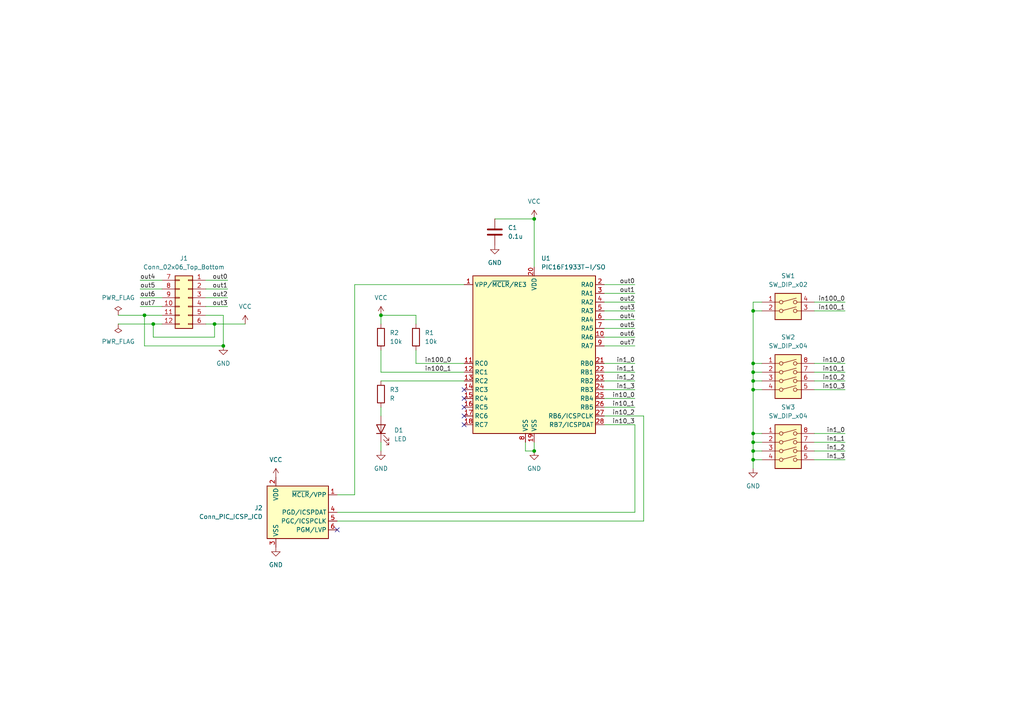
<source format=kicad_sch>
(kicad_sch (version 20211123) (generator eeschema)

  (uuid e4983bdf-b04c-4c9a-8adb-86707b777696)

  (paper "A4")

  (title_block
    (title "Decimal Input Board")
    (rev "v1.0")
  )

  (lib_symbols
    (symbol "Connector:Conn_PIC_ICSP_ICD" (in_bom yes) (on_board yes)
      (property "Reference" "J" (id 0) (at 6.35 8.89 0)
        (effects (font (size 1.27 1.27)))
      )
      (property "Value" "Conn_PIC_ICSP_ICD" (id 1) (at -8.89 -1.27 90)
        (effects (font (size 1.27 1.27)))
      )
      (property "Footprint" "" (id 2) (at 1.27 3.81 0)
        (effects (font (size 1.27 1.27)) hide)
      )
      (property "Datasheet" "http://ww1.microchip.com/downloads/en/devicedoc/30277d.pdf" (id 3) (at -7.62 -3.81 90)
        (effects (font (size 1.27 1.27)) hide)
      )
      (property "ki_keywords" "icsp icd pic microchip" (id 4) (at 0 0 0)
        (effects (font (size 1.27 1.27)) hide)
      )
      (property "ki_description" "Microchip PIC In-Circuit Serial Programming/Debugging (ICSP/ICD) connector" (id 5) (at 0 0 0)
        (effects (font (size 1.27 1.27)) hide)
      )
      (property "ki_fp_filters" "PinHeader*1x06*P2.54mm* PinSocket*1x06*P2.54mm*" (id 6) (at 0 0 0)
        (effects (font (size 1.27 1.27)) hide)
      )
      (symbol "Conn_PIC_ICSP_ICD_0_1"
        (rectangle (start -7.62 7.62) (end 10.16 -7.62)
          (stroke (width 0.254) (type default) (color 0 0 0 0))
          (fill (type background))
        )
      )
      (symbol "Conn_PIC_ICSP_ICD_1_1"
        (pin passive line (at 12.7 5.08 180) (length 2.54)
          (name "~{MCLR}/VPP" (effects (font (size 1.27 1.27))))
          (number "1" (effects (font (size 1.27 1.27))))
        )
        (pin passive line (at -5.08 10.16 270) (length 2.54)
          (name "VDD" (effects (font (size 1.27 1.27))))
          (number "2" (effects (font (size 1.27 1.27))))
        )
        (pin power_in line (at -5.08 -10.16 90) (length 2.54)
          (name "VSS" (effects (font (size 1.27 1.27))))
          (number "3" (effects (font (size 1.27 1.27))))
        )
        (pin bidirectional line (at 12.7 0 180) (length 2.54)
          (name "PGD/ICSPDAT" (effects (font (size 1.27 1.27))))
          (number "4" (effects (font (size 1.27 1.27))))
        )
        (pin output line (at 12.7 -2.54 180) (length 2.54)
          (name "PGC/ICSPCLK" (effects (font (size 1.27 1.27))))
          (number "5" (effects (font (size 1.27 1.27))))
        )
        (pin output line (at 12.7 -5.08 180) (length 2.54)
          (name "PGM/LVP" (effects (font (size 1.27 1.27))))
          (number "6" (effects (font (size 1.27 1.27))))
        )
      )
    )
    (symbol "Connector_Generic:Conn_02x06_Top_Bottom" (pin_names (offset 1.016) hide) (in_bom yes) (on_board yes)
      (property "Reference" "J" (id 0) (at 1.27 7.62 0)
        (effects (font (size 1.27 1.27)))
      )
      (property "Value" "Conn_02x06_Top_Bottom" (id 1) (at 1.27 -10.16 0)
        (effects (font (size 1.27 1.27)))
      )
      (property "Footprint" "" (id 2) (at 0 0 0)
        (effects (font (size 1.27 1.27)) hide)
      )
      (property "Datasheet" "~" (id 3) (at 0 0 0)
        (effects (font (size 1.27 1.27)) hide)
      )
      (property "ki_keywords" "connector" (id 4) (at 0 0 0)
        (effects (font (size 1.27 1.27)) hide)
      )
      (property "ki_description" "Generic connector, double row, 02x06, top/bottom pin numbering scheme (row 1: 1...pins_per_row, row2: pins_per_row+1 ... num_pins), script generated (kicad-library-utils/schlib/autogen/connector/)" (id 5) (at 0 0 0)
        (effects (font (size 1.27 1.27)) hide)
      )
      (property "ki_fp_filters" "Connector*:*_2x??_*" (id 6) (at 0 0 0)
        (effects (font (size 1.27 1.27)) hide)
      )
      (symbol "Conn_02x06_Top_Bottom_1_1"
        (rectangle (start -1.27 -7.493) (end 0 -7.747)
          (stroke (width 0.1524) (type default) (color 0 0 0 0))
          (fill (type none))
        )
        (rectangle (start -1.27 -4.953) (end 0 -5.207)
          (stroke (width 0.1524) (type default) (color 0 0 0 0))
          (fill (type none))
        )
        (rectangle (start -1.27 -2.413) (end 0 -2.667)
          (stroke (width 0.1524) (type default) (color 0 0 0 0))
          (fill (type none))
        )
        (rectangle (start -1.27 0.127) (end 0 -0.127)
          (stroke (width 0.1524) (type default) (color 0 0 0 0))
          (fill (type none))
        )
        (rectangle (start -1.27 2.667) (end 0 2.413)
          (stroke (width 0.1524) (type default) (color 0 0 0 0))
          (fill (type none))
        )
        (rectangle (start -1.27 5.207) (end 0 4.953)
          (stroke (width 0.1524) (type default) (color 0 0 0 0))
          (fill (type none))
        )
        (rectangle (start -1.27 6.35) (end 3.81 -8.89)
          (stroke (width 0.254) (type default) (color 0 0 0 0))
          (fill (type background))
        )
        (rectangle (start 3.81 -7.493) (end 2.54 -7.747)
          (stroke (width 0.1524) (type default) (color 0 0 0 0))
          (fill (type none))
        )
        (rectangle (start 3.81 -4.953) (end 2.54 -5.207)
          (stroke (width 0.1524) (type default) (color 0 0 0 0))
          (fill (type none))
        )
        (rectangle (start 3.81 -2.413) (end 2.54 -2.667)
          (stroke (width 0.1524) (type default) (color 0 0 0 0))
          (fill (type none))
        )
        (rectangle (start 3.81 0.127) (end 2.54 -0.127)
          (stroke (width 0.1524) (type default) (color 0 0 0 0))
          (fill (type none))
        )
        (rectangle (start 3.81 2.667) (end 2.54 2.413)
          (stroke (width 0.1524) (type default) (color 0 0 0 0))
          (fill (type none))
        )
        (rectangle (start 3.81 5.207) (end 2.54 4.953)
          (stroke (width 0.1524) (type default) (color 0 0 0 0))
          (fill (type none))
        )
        (pin passive line (at -5.08 5.08 0) (length 3.81)
          (name "Pin_1" (effects (font (size 1.27 1.27))))
          (number "1" (effects (font (size 1.27 1.27))))
        )
        (pin passive line (at 7.62 -2.54 180) (length 3.81)
          (name "Pin_10" (effects (font (size 1.27 1.27))))
          (number "10" (effects (font (size 1.27 1.27))))
        )
        (pin passive line (at 7.62 -5.08 180) (length 3.81)
          (name "Pin_11" (effects (font (size 1.27 1.27))))
          (number "11" (effects (font (size 1.27 1.27))))
        )
        (pin passive line (at 7.62 -7.62 180) (length 3.81)
          (name "Pin_12" (effects (font (size 1.27 1.27))))
          (number "12" (effects (font (size 1.27 1.27))))
        )
        (pin passive line (at -5.08 2.54 0) (length 3.81)
          (name "Pin_2" (effects (font (size 1.27 1.27))))
          (number "2" (effects (font (size 1.27 1.27))))
        )
        (pin passive line (at -5.08 0 0) (length 3.81)
          (name "Pin_3" (effects (font (size 1.27 1.27))))
          (number "3" (effects (font (size 1.27 1.27))))
        )
        (pin passive line (at -5.08 -2.54 0) (length 3.81)
          (name "Pin_4" (effects (font (size 1.27 1.27))))
          (number "4" (effects (font (size 1.27 1.27))))
        )
        (pin passive line (at -5.08 -5.08 0) (length 3.81)
          (name "Pin_5" (effects (font (size 1.27 1.27))))
          (number "5" (effects (font (size 1.27 1.27))))
        )
        (pin passive line (at -5.08 -7.62 0) (length 3.81)
          (name "Pin_6" (effects (font (size 1.27 1.27))))
          (number "6" (effects (font (size 1.27 1.27))))
        )
        (pin passive line (at 7.62 5.08 180) (length 3.81)
          (name "Pin_7" (effects (font (size 1.27 1.27))))
          (number "7" (effects (font (size 1.27 1.27))))
        )
        (pin passive line (at 7.62 2.54 180) (length 3.81)
          (name "Pin_8" (effects (font (size 1.27 1.27))))
          (number "8" (effects (font (size 1.27 1.27))))
        )
        (pin passive line (at 7.62 0 180) (length 3.81)
          (name "Pin_9" (effects (font (size 1.27 1.27))))
          (number "9" (effects (font (size 1.27 1.27))))
        )
      )
    )
    (symbol "Device:C" (pin_numbers hide) (pin_names (offset 0.254)) (in_bom yes) (on_board yes)
      (property "Reference" "C" (id 0) (at 0.635 2.54 0)
        (effects (font (size 1.27 1.27)) (justify left))
      )
      (property "Value" "C" (id 1) (at 0.635 -2.54 0)
        (effects (font (size 1.27 1.27)) (justify left))
      )
      (property "Footprint" "" (id 2) (at 0.9652 -3.81 0)
        (effects (font (size 1.27 1.27)) hide)
      )
      (property "Datasheet" "~" (id 3) (at 0 0 0)
        (effects (font (size 1.27 1.27)) hide)
      )
      (property "ki_keywords" "cap capacitor" (id 4) (at 0 0 0)
        (effects (font (size 1.27 1.27)) hide)
      )
      (property "ki_description" "Unpolarized capacitor" (id 5) (at 0 0 0)
        (effects (font (size 1.27 1.27)) hide)
      )
      (property "ki_fp_filters" "C_*" (id 6) (at 0 0 0)
        (effects (font (size 1.27 1.27)) hide)
      )
      (symbol "C_0_1"
        (polyline
          (pts
            (xy -2.032 -0.762)
            (xy 2.032 -0.762)
          )
          (stroke (width 0.508) (type default) (color 0 0 0 0))
          (fill (type none))
        )
        (polyline
          (pts
            (xy -2.032 0.762)
            (xy 2.032 0.762)
          )
          (stroke (width 0.508) (type default) (color 0 0 0 0))
          (fill (type none))
        )
      )
      (symbol "C_1_1"
        (pin passive line (at 0 3.81 270) (length 2.794)
          (name "~" (effects (font (size 1.27 1.27))))
          (number "1" (effects (font (size 1.27 1.27))))
        )
        (pin passive line (at 0 -3.81 90) (length 2.794)
          (name "~" (effects (font (size 1.27 1.27))))
          (number "2" (effects (font (size 1.27 1.27))))
        )
      )
    )
    (symbol "Device:LED" (pin_numbers hide) (pin_names (offset 1.016) hide) (in_bom yes) (on_board yes)
      (property "Reference" "D" (id 0) (at 0 2.54 0)
        (effects (font (size 1.27 1.27)))
      )
      (property "Value" "LED" (id 1) (at 0 -2.54 0)
        (effects (font (size 1.27 1.27)))
      )
      (property "Footprint" "" (id 2) (at 0 0 0)
        (effects (font (size 1.27 1.27)) hide)
      )
      (property "Datasheet" "~" (id 3) (at 0 0 0)
        (effects (font (size 1.27 1.27)) hide)
      )
      (property "ki_keywords" "LED diode" (id 4) (at 0 0 0)
        (effects (font (size 1.27 1.27)) hide)
      )
      (property "ki_description" "Light emitting diode" (id 5) (at 0 0 0)
        (effects (font (size 1.27 1.27)) hide)
      )
      (property "ki_fp_filters" "LED* LED_SMD:* LED_THT:*" (id 6) (at 0 0 0)
        (effects (font (size 1.27 1.27)) hide)
      )
      (symbol "LED_0_1"
        (polyline
          (pts
            (xy -1.27 -1.27)
            (xy -1.27 1.27)
          )
          (stroke (width 0.254) (type default) (color 0 0 0 0))
          (fill (type none))
        )
        (polyline
          (pts
            (xy -1.27 0)
            (xy 1.27 0)
          )
          (stroke (width 0) (type default) (color 0 0 0 0))
          (fill (type none))
        )
        (polyline
          (pts
            (xy 1.27 -1.27)
            (xy 1.27 1.27)
            (xy -1.27 0)
            (xy 1.27 -1.27)
          )
          (stroke (width 0.254) (type default) (color 0 0 0 0))
          (fill (type none))
        )
        (polyline
          (pts
            (xy -3.048 -0.762)
            (xy -4.572 -2.286)
            (xy -3.81 -2.286)
            (xy -4.572 -2.286)
            (xy -4.572 -1.524)
          )
          (stroke (width 0) (type default) (color 0 0 0 0))
          (fill (type none))
        )
        (polyline
          (pts
            (xy -1.778 -0.762)
            (xy -3.302 -2.286)
            (xy -2.54 -2.286)
            (xy -3.302 -2.286)
            (xy -3.302 -1.524)
          )
          (stroke (width 0) (type default) (color 0 0 0 0))
          (fill (type none))
        )
      )
      (symbol "LED_1_1"
        (pin passive line (at -3.81 0 0) (length 2.54)
          (name "K" (effects (font (size 1.27 1.27))))
          (number "1" (effects (font (size 1.27 1.27))))
        )
        (pin passive line (at 3.81 0 180) (length 2.54)
          (name "A" (effects (font (size 1.27 1.27))))
          (number "2" (effects (font (size 1.27 1.27))))
        )
      )
    )
    (symbol "Device:R" (pin_numbers hide) (pin_names (offset 0)) (in_bom yes) (on_board yes)
      (property "Reference" "R" (id 0) (at 2.032 0 90)
        (effects (font (size 1.27 1.27)))
      )
      (property "Value" "R" (id 1) (at 0 0 90)
        (effects (font (size 1.27 1.27)))
      )
      (property "Footprint" "" (id 2) (at -1.778 0 90)
        (effects (font (size 1.27 1.27)) hide)
      )
      (property "Datasheet" "~" (id 3) (at 0 0 0)
        (effects (font (size 1.27 1.27)) hide)
      )
      (property "ki_keywords" "R res resistor" (id 4) (at 0 0 0)
        (effects (font (size 1.27 1.27)) hide)
      )
      (property "ki_description" "Resistor" (id 5) (at 0 0 0)
        (effects (font (size 1.27 1.27)) hide)
      )
      (property "ki_fp_filters" "R_*" (id 6) (at 0 0 0)
        (effects (font (size 1.27 1.27)) hide)
      )
      (symbol "R_0_1"
        (rectangle (start -1.016 -2.54) (end 1.016 2.54)
          (stroke (width 0.254) (type default) (color 0 0 0 0))
          (fill (type none))
        )
      )
      (symbol "R_1_1"
        (pin passive line (at 0 3.81 270) (length 1.27)
          (name "~" (effects (font (size 1.27 1.27))))
          (number "1" (effects (font (size 1.27 1.27))))
        )
        (pin passive line (at 0 -3.81 90) (length 1.27)
          (name "~" (effects (font (size 1.27 1.27))))
          (number "2" (effects (font (size 1.27 1.27))))
        )
      )
    )
    (symbol "MCU_Microchip_PIC16:PIC16F15356-xSO" (in_bom yes) (on_board yes)
      (property "Reference" "U?" (id 0) (at 17.78 -24.13 0)
        (effects (font (size 1.27 1.27)))
      )
      (property "Value" "PIC16F15356-xSO" (id 1) (at 0 0 0)
        (effects (font (size 1.27 1.27)))
      )
      (property "Footprint" "Package_SO:SOIC-28W_7.5x17.9mm_P1.27mm" (id 2) (at -21.59 12.7 0)
        (effects (font (size 1.27 1.27)) hide)
      )
      (property "Datasheet" "http://ww1.microchip.com/downloads/en/DeviceDoc/PIC16LF15356-75-76-85-86-Data%20Sheet-40001866B.pdf" (id 3) (at -21.59 12.7 0)
        (effects (font (size 1.27 1.27)) hide)
      )
      (property "ki_keywords" "FLASH-Based 8-Bit CMOS Microcontroller Low Power" (id 4) (at 0 0 0)
        (effects (font (size 1.27 1.27)) hide)
      )
      (property "ki_description" "16KW FLASH, 2048B SRAM, SOIC-28" (id 5) (at 0 0 0)
        (effects (font (size 1.27 1.27)) hide)
      )
      (property "ki_fp_filters" "SOIC*.5x17.9mm*" (id 6) (at 0 0 0)
        (effects (font (size 1.27 1.27)) hide)
      )
      (symbol "PIC16F15356-xSO_0_1"
        (rectangle (start 17.78 22.86) (end -17.78 -22.86)
          (stroke (width 0.254) (type default) (color 0 0 0 0))
          (fill (type background))
        )
      )
      (symbol "PIC16F15356-xSO_1_1"
        (pin bidirectional line (at -20.32 20.32 0) (length 2.54)
          (name "VPP/~{MCLR}/RE3" (effects (font (size 1.27 1.27))))
          (number "1" (effects (font (size 1.27 1.27))))
        )
        (pin bidirectional line (at 20.32 5.08 180) (length 2.54)
          (name "RA6" (effects (font (size 1.27 1.27))))
          (number "10" (effects (font (size 1.27 1.27))))
        )
        (pin bidirectional line (at -20.32 -2.54 0) (length 2.54)
          (name "RC0" (effects (font (size 1.27 1.27))))
          (number "11" (effects (font (size 1.27 1.27))))
        )
        (pin bidirectional line (at -20.32 -5.08 0) (length 2.54)
          (name "RC1" (effects (font (size 1.27 1.27))))
          (number "12" (effects (font (size 1.27 1.27))))
        )
        (pin bidirectional line (at -20.32 -7.62 0) (length 2.54)
          (name "RC2" (effects (font (size 1.27 1.27))))
          (number "13" (effects (font (size 1.27 1.27))))
        )
        (pin bidirectional line (at -20.32 -10.16 0) (length 2.54)
          (name "RC3" (effects (font (size 1.27 1.27))))
          (number "14" (effects (font (size 1.27 1.27))))
        )
        (pin bidirectional line (at -20.32 -12.7 0) (length 2.54)
          (name "RC4" (effects (font (size 1.27 1.27))))
          (number "15" (effects (font (size 1.27 1.27))))
        )
        (pin bidirectional line (at -20.32 -15.24 0) (length 2.54)
          (name "RC5" (effects (font (size 1.27 1.27))))
          (number "16" (effects (font (size 1.27 1.27))))
        )
        (pin bidirectional line (at -20.32 -17.78 0) (length 2.54)
          (name "RC6" (effects (font (size 1.27 1.27))))
          (number "17" (effects (font (size 1.27 1.27))))
        )
        (pin bidirectional line (at -20.32 -20.32 0) (length 2.54)
          (name "RC7" (effects (font (size 1.27 1.27))))
          (number "18" (effects (font (size 1.27 1.27))))
        )
        (pin power_in line (at 0 -25.4 90) (length 2.54)
          (name "VSS" (effects (font (size 1.27 1.27))))
          (number "19" (effects (font (size 1.27 1.27))))
        )
        (pin bidirectional line (at 20.32 20.32 180) (length 2.54)
          (name "RA0" (effects (font (size 1.27 1.27))))
          (number "2" (effects (font (size 1.27 1.27))))
        )
        (pin power_in line (at 0 25.4 270) (length 2.54)
          (name "VDD" (effects (font (size 1.27 1.27))))
          (number "20" (effects (font (size 1.27 1.27))))
        )
        (pin bidirectional line (at 20.32 -2.54 180) (length 2.54)
          (name "RB0" (effects (font (size 1.27 1.27))))
          (number "21" (effects (font (size 1.27 1.27))))
        )
        (pin bidirectional line (at 20.32 -5.08 180) (length 2.54)
          (name "RB1" (effects (font (size 1.27 1.27))))
          (number "22" (effects (font (size 1.27 1.27))))
        )
        (pin bidirectional line (at 20.32 -7.62 180) (length 2.54)
          (name "RB2" (effects (font (size 1.27 1.27))))
          (number "23" (effects (font (size 1.27 1.27))))
        )
        (pin bidirectional line (at 20.32 -10.16 180) (length 2.54)
          (name "RB3" (effects (font (size 1.27 1.27))))
          (number "24" (effects (font (size 1.27 1.27))))
        )
        (pin bidirectional line (at 20.32 -12.7 180) (length 2.54)
          (name "RB4" (effects (font (size 1.27 1.27))))
          (number "25" (effects (font (size 1.27 1.27))))
        )
        (pin bidirectional line (at 20.32 -15.24 180) (length 2.54)
          (name "RB5" (effects (font (size 1.27 1.27))))
          (number "26" (effects (font (size 1.27 1.27))))
        )
        (pin bidirectional line (at 20.32 -17.78 180) (length 2.54)
          (name "RB6/ICSPCLK" (effects (font (size 1.27 1.27))))
          (number "27" (effects (font (size 1.27 1.27))))
        )
        (pin bidirectional line (at 20.32 -20.32 180) (length 2.54)
          (name "RB7/ICSPDAT" (effects (font (size 1.27 1.27))))
          (number "28" (effects (font (size 1.27 1.27))))
        )
        (pin bidirectional line (at 20.32 17.78 180) (length 2.54)
          (name "RA1" (effects (font (size 1.27 1.27))))
          (number "3" (effects (font (size 1.27 1.27))))
        )
        (pin bidirectional line (at 20.32 15.24 180) (length 2.54)
          (name "RA2" (effects (font (size 1.27 1.27))))
          (number "4" (effects (font (size 1.27 1.27))))
        )
        (pin bidirectional line (at 20.32 12.7 180) (length 2.54)
          (name "RA3" (effects (font (size 1.27 1.27))))
          (number "5" (effects (font (size 1.27 1.27))))
        )
        (pin bidirectional line (at 20.32 10.16 180) (length 2.54)
          (name "RA4" (effects (font (size 1.27 1.27))))
          (number "6" (effects (font (size 1.27 1.27))))
        )
        (pin bidirectional line (at 20.32 7.62 180) (length 2.54)
          (name "RA5" (effects (font (size 1.27 1.27))))
          (number "7" (effects (font (size 1.27 1.27))))
        )
        (pin power_in line (at -2.54 -25.4 90) (length 2.54)
          (name "VSS" (effects (font (size 1.27 1.27))))
          (number "8" (effects (font (size 1.27 1.27))))
        )
        (pin bidirectional line (at 20.32 2.54 180) (length 2.54)
          (name "RA7" (effects (font (size 1.27 1.27))))
          (number "9" (effects (font (size 1.27 1.27))))
        )
      )
    )
    (symbol "Switch:SW_DIP_x02" (pin_names (offset 0) hide) (in_bom yes) (on_board yes)
      (property "Reference" "SW" (id 0) (at 0 6.35 0)
        (effects (font (size 1.27 1.27)))
      )
      (property "Value" "SW_DIP_x02" (id 1) (at 0 -3.81 0)
        (effects (font (size 1.27 1.27)))
      )
      (property "Footprint" "" (id 2) (at 0 0 0)
        (effects (font (size 1.27 1.27)) hide)
      )
      (property "Datasheet" "~" (id 3) (at 0 0 0)
        (effects (font (size 1.27 1.27)) hide)
      )
      (property "ki_keywords" "dip switch" (id 4) (at 0 0 0)
        (effects (font (size 1.27 1.27)) hide)
      )
      (property "ki_description" "2x DIP Switch, Single Pole Single Throw (SPST) switch, small symbol" (id 5) (at 0 0 0)
        (effects (font (size 1.27 1.27)) hide)
      )
      (property "ki_fp_filters" "SW?DIP?x2*" (id 6) (at 0 0 0)
        (effects (font (size 1.27 1.27)) hide)
      )
      (symbol "SW_DIP_x02_0_0"
        (circle (center -2.032 0) (radius 0.508)
          (stroke (width 0) (type default) (color 0 0 0 0))
          (fill (type none))
        )
        (circle (center -2.032 2.54) (radius 0.508)
          (stroke (width 0) (type default) (color 0 0 0 0))
          (fill (type none))
        )
        (polyline
          (pts
            (xy -1.524 0.127)
            (xy 2.3622 1.1684)
          )
          (stroke (width 0) (type default) (color 0 0 0 0))
          (fill (type none))
        )
        (polyline
          (pts
            (xy -1.524 2.667)
            (xy 2.3622 3.7084)
          )
          (stroke (width 0) (type default) (color 0 0 0 0))
          (fill (type none))
        )
        (circle (center 2.032 0) (radius 0.508)
          (stroke (width 0) (type default) (color 0 0 0 0))
          (fill (type none))
        )
        (circle (center 2.032 2.54) (radius 0.508)
          (stroke (width 0) (type default) (color 0 0 0 0))
          (fill (type none))
        )
      )
      (symbol "SW_DIP_x02_0_1"
        (rectangle (start -3.81 5.08) (end 3.81 -2.54)
          (stroke (width 0.254) (type default) (color 0 0 0 0))
          (fill (type background))
        )
      )
      (symbol "SW_DIP_x02_1_1"
        (pin passive line (at -7.62 2.54 0) (length 5.08)
          (name "~" (effects (font (size 1.27 1.27))))
          (number "1" (effects (font (size 1.27 1.27))))
        )
        (pin passive line (at -7.62 0 0) (length 5.08)
          (name "~" (effects (font (size 1.27 1.27))))
          (number "2" (effects (font (size 1.27 1.27))))
        )
        (pin passive line (at 7.62 0 180) (length 5.08)
          (name "~" (effects (font (size 1.27 1.27))))
          (number "3" (effects (font (size 1.27 1.27))))
        )
        (pin passive line (at 7.62 2.54 180) (length 5.08)
          (name "~" (effects (font (size 1.27 1.27))))
          (number "4" (effects (font (size 1.27 1.27))))
        )
      )
    )
    (symbol "Switch:SW_DIP_x04" (pin_names (offset 0) hide) (in_bom yes) (on_board yes)
      (property "Reference" "SW" (id 0) (at 0 8.89 0)
        (effects (font (size 1.27 1.27)))
      )
      (property "Value" "SW_DIP_x04" (id 1) (at 0 -6.35 0)
        (effects (font (size 1.27 1.27)))
      )
      (property "Footprint" "" (id 2) (at 0 0 0)
        (effects (font (size 1.27 1.27)) hide)
      )
      (property "Datasheet" "~" (id 3) (at 0 0 0)
        (effects (font (size 1.27 1.27)) hide)
      )
      (property "ki_keywords" "dip switch" (id 4) (at 0 0 0)
        (effects (font (size 1.27 1.27)) hide)
      )
      (property "ki_description" "4x DIP Switch, Single Pole Single Throw (SPST) switch, small symbol" (id 5) (at 0 0 0)
        (effects (font (size 1.27 1.27)) hide)
      )
      (property "ki_fp_filters" "SW?DIP?x4*" (id 6) (at 0 0 0)
        (effects (font (size 1.27 1.27)) hide)
      )
      (symbol "SW_DIP_x04_0_0"
        (circle (center -2.032 -2.54) (radius 0.508)
          (stroke (width 0) (type default) (color 0 0 0 0))
          (fill (type none))
        )
        (circle (center -2.032 0) (radius 0.508)
          (stroke (width 0) (type default) (color 0 0 0 0))
          (fill (type none))
        )
        (circle (center -2.032 2.54) (radius 0.508)
          (stroke (width 0) (type default) (color 0 0 0 0))
          (fill (type none))
        )
        (circle (center -2.032 5.08) (radius 0.508)
          (stroke (width 0) (type default) (color 0 0 0 0))
          (fill (type none))
        )
        (polyline
          (pts
            (xy -1.524 -2.3876)
            (xy 2.3622 -1.3462)
          )
          (stroke (width 0) (type default) (color 0 0 0 0))
          (fill (type none))
        )
        (polyline
          (pts
            (xy -1.524 0.127)
            (xy 2.3622 1.1684)
          )
          (stroke (width 0) (type default) (color 0 0 0 0))
          (fill (type none))
        )
        (polyline
          (pts
            (xy -1.524 2.667)
            (xy 2.3622 3.7084)
          )
          (stroke (width 0) (type default) (color 0 0 0 0))
          (fill (type none))
        )
        (polyline
          (pts
            (xy -1.524 5.207)
            (xy 2.3622 6.2484)
          )
          (stroke (width 0) (type default) (color 0 0 0 0))
          (fill (type none))
        )
        (circle (center 2.032 -2.54) (radius 0.508)
          (stroke (width 0) (type default) (color 0 0 0 0))
          (fill (type none))
        )
        (circle (center 2.032 0) (radius 0.508)
          (stroke (width 0) (type default) (color 0 0 0 0))
          (fill (type none))
        )
        (circle (center 2.032 2.54) (radius 0.508)
          (stroke (width 0) (type default) (color 0 0 0 0))
          (fill (type none))
        )
        (circle (center 2.032 5.08) (radius 0.508)
          (stroke (width 0) (type default) (color 0 0 0 0))
          (fill (type none))
        )
      )
      (symbol "SW_DIP_x04_0_1"
        (rectangle (start -3.81 7.62) (end 3.81 -5.08)
          (stroke (width 0.254) (type default) (color 0 0 0 0))
          (fill (type background))
        )
      )
      (symbol "SW_DIP_x04_1_1"
        (pin passive line (at -7.62 5.08 0) (length 5.08)
          (name "~" (effects (font (size 1.27 1.27))))
          (number "1" (effects (font (size 1.27 1.27))))
        )
        (pin passive line (at -7.62 2.54 0) (length 5.08)
          (name "~" (effects (font (size 1.27 1.27))))
          (number "2" (effects (font (size 1.27 1.27))))
        )
        (pin passive line (at -7.62 0 0) (length 5.08)
          (name "~" (effects (font (size 1.27 1.27))))
          (number "3" (effects (font (size 1.27 1.27))))
        )
        (pin passive line (at -7.62 -2.54 0) (length 5.08)
          (name "~" (effects (font (size 1.27 1.27))))
          (number "4" (effects (font (size 1.27 1.27))))
        )
        (pin passive line (at 7.62 -2.54 180) (length 5.08)
          (name "~" (effects (font (size 1.27 1.27))))
          (number "5" (effects (font (size 1.27 1.27))))
        )
        (pin passive line (at 7.62 0 180) (length 5.08)
          (name "~" (effects (font (size 1.27 1.27))))
          (number "6" (effects (font (size 1.27 1.27))))
        )
        (pin passive line (at 7.62 2.54 180) (length 5.08)
          (name "~" (effects (font (size 1.27 1.27))))
          (number "7" (effects (font (size 1.27 1.27))))
        )
        (pin passive line (at 7.62 5.08 180) (length 5.08)
          (name "~" (effects (font (size 1.27 1.27))))
          (number "8" (effects (font (size 1.27 1.27))))
        )
      )
    )
    (symbol "power:GND" (power) (pin_names (offset 0)) (in_bom yes) (on_board yes)
      (property "Reference" "#PWR" (id 0) (at 0 -6.35 0)
        (effects (font (size 1.27 1.27)) hide)
      )
      (property "Value" "GND" (id 1) (at 0 -3.81 0)
        (effects (font (size 1.27 1.27)))
      )
      (property "Footprint" "" (id 2) (at 0 0 0)
        (effects (font (size 1.27 1.27)) hide)
      )
      (property "Datasheet" "" (id 3) (at 0 0 0)
        (effects (font (size 1.27 1.27)) hide)
      )
      (property "ki_keywords" "power-flag" (id 4) (at 0 0 0)
        (effects (font (size 1.27 1.27)) hide)
      )
      (property "ki_description" "Power symbol creates a global label with name \"GND\" , ground" (id 5) (at 0 0 0)
        (effects (font (size 1.27 1.27)) hide)
      )
      (symbol "GND_0_1"
        (polyline
          (pts
            (xy 0 0)
            (xy 0 -1.27)
            (xy 1.27 -1.27)
            (xy 0 -2.54)
            (xy -1.27 -1.27)
            (xy 0 -1.27)
          )
          (stroke (width 0) (type default) (color 0 0 0 0))
          (fill (type none))
        )
      )
      (symbol "GND_1_1"
        (pin power_in line (at 0 0 270) (length 0) hide
          (name "GND" (effects (font (size 1.27 1.27))))
          (number "1" (effects (font (size 1.27 1.27))))
        )
      )
    )
    (symbol "power:PWR_FLAG" (power) (pin_numbers hide) (pin_names (offset 0) hide) (in_bom yes) (on_board yes)
      (property "Reference" "#FLG" (id 0) (at 0 1.905 0)
        (effects (font (size 1.27 1.27)) hide)
      )
      (property "Value" "PWR_FLAG" (id 1) (at 0 3.81 0)
        (effects (font (size 1.27 1.27)))
      )
      (property "Footprint" "" (id 2) (at 0 0 0)
        (effects (font (size 1.27 1.27)) hide)
      )
      (property "Datasheet" "~" (id 3) (at 0 0 0)
        (effects (font (size 1.27 1.27)) hide)
      )
      (property "ki_keywords" "power-flag" (id 4) (at 0 0 0)
        (effects (font (size 1.27 1.27)) hide)
      )
      (property "ki_description" "Special symbol for telling ERC where power comes from" (id 5) (at 0 0 0)
        (effects (font (size 1.27 1.27)) hide)
      )
      (symbol "PWR_FLAG_0_0"
        (pin power_out line (at 0 0 90) (length 0)
          (name "pwr" (effects (font (size 1.27 1.27))))
          (number "1" (effects (font (size 1.27 1.27))))
        )
      )
      (symbol "PWR_FLAG_0_1"
        (polyline
          (pts
            (xy 0 0)
            (xy 0 1.27)
            (xy -1.016 1.905)
            (xy 0 2.54)
            (xy 1.016 1.905)
            (xy 0 1.27)
          )
          (stroke (width 0) (type default) (color 0 0 0 0))
          (fill (type none))
        )
      )
    )
    (symbol "power:VCC" (power) (pin_names (offset 0)) (in_bom yes) (on_board yes)
      (property "Reference" "#PWR" (id 0) (at 0 -3.81 0)
        (effects (font (size 1.27 1.27)) hide)
      )
      (property "Value" "VCC" (id 1) (at 0 3.81 0)
        (effects (font (size 1.27 1.27)))
      )
      (property "Footprint" "" (id 2) (at 0 0 0)
        (effects (font (size 1.27 1.27)) hide)
      )
      (property "Datasheet" "" (id 3) (at 0 0 0)
        (effects (font (size 1.27 1.27)) hide)
      )
      (property "ki_keywords" "power-flag" (id 4) (at 0 0 0)
        (effects (font (size 1.27 1.27)) hide)
      )
      (property "ki_description" "Power symbol creates a global label with name \"VCC\"" (id 5) (at 0 0 0)
        (effects (font (size 1.27 1.27)) hide)
      )
      (symbol "VCC_0_1"
        (polyline
          (pts
            (xy -0.762 1.27)
            (xy 0 2.54)
          )
          (stroke (width 0) (type default) (color 0 0 0 0))
          (fill (type none))
        )
        (polyline
          (pts
            (xy 0 0)
            (xy 0 2.54)
          )
          (stroke (width 0) (type default) (color 0 0 0 0))
          (fill (type none))
        )
        (polyline
          (pts
            (xy 0 2.54)
            (xy 0.762 1.27)
          )
          (stroke (width 0) (type default) (color 0 0 0 0))
          (fill (type none))
        )
      )
      (symbol "VCC_1_1"
        (pin power_in line (at 0 0 90) (length 0) hide
          (name "VCC" (effects (font (size 1.27 1.27))))
          (number "1" (effects (font (size 1.27 1.27))))
        )
      )
    )
  )

  (junction (at 41.91 91.44) (diameter 0) (color 0 0 0 0)
    (uuid 051fd5ef-6581-4d73-b172-26cfe902d706)
  )
  (junction (at 154.94 63.5) (diameter 0) (color 0 0 0 0)
    (uuid 388b417c-52fe-4286-b005-fb2c3ed55652)
  )
  (junction (at 218.44 107.95) (diameter 0) (color 0 0 0 0)
    (uuid 4921b149-eec7-47b9-8d1a-99981986b15b)
  )
  (junction (at 218.44 130.81) (diameter 0) (color 0 0 0 0)
    (uuid 5906c117-731c-471c-b23d-363d5e012f8d)
  )
  (junction (at 218.44 133.35) (diameter 0) (color 0 0 0 0)
    (uuid 6d2b22d5-83bd-4e6c-b461-9a6a118b3fb0)
  )
  (junction (at 218.44 90.17) (diameter 0) (color 0 0 0 0)
    (uuid 70e56f34-02d1-4e52-a944-5aaa4f52025d)
  )
  (junction (at 62.23 93.98) (diameter 0) (color 0 0 0 0)
    (uuid 79688375-64fa-46f4-9e83-77240abf35cd)
  )
  (junction (at 110.49 91.44) (diameter 0) (color 0 0 0 0)
    (uuid 8d7e61a8-cc06-4c46-a0b5-bc7ae4d0a0ca)
  )
  (junction (at 218.44 105.41) (diameter 0) (color 0 0 0 0)
    (uuid 903b73da-a189-4136-898d-1951c70c658a)
  )
  (junction (at 218.44 125.73) (diameter 0) (color 0 0 0 0)
    (uuid acf616bb-7230-45c0-a615-26cc36d5048a)
  )
  (junction (at 218.44 128.27) (diameter 0) (color 0 0 0 0)
    (uuid adbf012d-8ed7-4b29-a4ac-5fec258d67bf)
  )
  (junction (at 44.45 93.98) (diameter 0) (color 0 0 0 0)
    (uuid afc03fe8-0f19-4e69-9727-66c3a2098091)
  )
  (junction (at 218.44 113.03) (diameter 0) (color 0 0 0 0)
    (uuid b925deb1-36c9-4f16-91c8-efa757584e86)
  )
  (junction (at 154.94 130.81) (diameter 0) (color 0 0 0 0)
    (uuid ccc0e5ee-8f73-4387-bb43-bd19958835cf)
  )
  (junction (at 64.77 100.33) (diameter 0) (color 0 0 0 0)
    (uuid df2996e9-7920-431c-855b-0789b6b8a3b9)
  )
  (junction (at 218.44 110.49) (diameter 0) (color 0 0 0 0)
    (uuid ef1ad03b-01e7-48de-8a3e-6e44349a84fe)
  )

  (no_connect (at 97.79 153.67) (uuid 2f092922-d451-43c5-a21c-101f2a2aed51))
  (no_connect (at 134.62 113.03) (uuid 553360a3-fe25-474b-ad42-8642c45640f6))
  (no_connect (at 134.62 115.57) (uuid 553360a3-fe25-474b-ad42-8642c45640f6))
  (no_connect (at 134.62 118.11) (uuid 553360a3-fe25-474b-ad42-8642c45640f6))
  (no_connect (at 134.62 120.65) (uuid 553360a3-fe25-474b-ad42-8642c45640f6))
  (no_connect (at 134.62 123.19) (uuid 553360a3-fe25-474b-ad42-8642c45640f6))

  (wire (pts (xy 175.26 120.65) (xy 186.69 120.65))
    (stroke (width 0) (type default) (color 0 0 0 0))
    (uuid 00a9c280-c168-4109-aaea-e296049f6fa7)
  )
  (wire (pts (xy 175.26 85.09) (xy 184.15 85.09))
    (stroke (width 0) (type default) (color 0 0 0 0))
    (uuid 013b7c87-c907-42e0-b3a6-15ba4e39ce5d)
  )
  (wire (pts (xy 175.26 95.25) (xy 184.15 95.25))
    (stroke (width 0) (type default) (color 0 0 0 0))
    (uuid 04abb425-d21b-49fa-a202-8697015fe020)
  )
  (wire (pts (xy 152.4 130.81) (xy 154.94 130.81))
    (stroke (width 0) (type default) (color 0 0 0 0))
    (uuid 04c5a7e7-0c21-41e9-be6c-b4387b2b7714)
  )
  (wire (pts (xy 41.91 100.33) (xy 41.91 91.44))
    (stroke (width 0) (type default) (color 0 0 0 0))
    (uuid 06480872-b94e-4dcd-b71f-da2dfebde999)
  )
  (wire (pts (xy 218.44 87.63) (xy 218.44 90.17))
    (stroke (width 0) (type default) (color 0 0 0 0))
    (uuid 0bc29e3e-2453-4f9c-baa4-48cec4d201fb)
  )
  (wire (pts (xy 184.15 148.59) (xy 97.79 148.59))
    (stroke (width 0) (type default) (color 0 0 0 0))
    (uuid 0e404bc0-f0fb-4491-8c22-e183822aceab)
  )
  (wire (pts (xy 62.23 93.98) (xy 71.12 93.98))
    (stroke (width 0) (type default) (color 0 0 0 0))
    (uuid 11613db5-f622-4e50-a8fc-14418e96478c)
  )
  (wire (pts (xy 59.69 88.9) (xy 66.04 88.9))
    (stroke (width 0) (type default) (color 0 0 0 0))
    (uuid 13c46488-08ea-419b-a6ee-204e7ecdca94)
  )
  (wire (pts (xy 236.22 130.81) (xy 245.11 130.81))
    (stroke (width 0) (type default) (color 0 0 0 0))
    (uuid 17113823-7e43-4692-a700-9781997c13d1)
  )
  (wire (pts (xy 59.69 83.82) (xy 66.04 83.82))
    (stroke (width 0) (type default) (color 0 0 0 0))
    (uuid 1c88b2c4-f049-4aac-84ea-163b6d32fb23)
  )
  (wire (pts (xy 64.77 100.33) (xy 41.91 100.33))
    (stroke (width 0) (type default) (color 0 0 0 0))
    (uuid 1cd078ec-9092-40a9-9e10-6464bcd0a5ef)
  )
  (wire (pts (xy 40.64 81.28) (xy 46.99 81.28))
    (stroke (width 0) (type default) (color 0 0 0 0))
    (uuid 1d10dd95-4451-4fb8-9ca6-e17c07715895)
  )
  (wire (pts (xy 59.69 93.98) (xy 62.23 93.98))
    (stroke (width 0) (type default) (color 0 0 0 0))
    (uuid 1f0bd529-cca4-445c-b773-099278f9b09b)
  )
  (wire (pts (xy 218.44 113.03) (xy 220.98 113.03))
    (stroke (width 0) (type default) (color 0 0 0 0))
    (uuid 218da873-4d3d-49d5-a534-a5d6861a0e2c)
  )
  (wire (pts (xy 218.44 110.49) (xy 218.44 113.03))
    (stroke (width 0) (type default) (color 0 0 0 0))
    (uuid 22013ca3-a2be-465a-8d0d-135d920a6fbe)
  )
  (wire (pts (xy 236.22 90.17) (xy 245.11 90.17))
    (stroke (width 0) (type default) (color 0 0 0 0))
    (uuid 255ae7d0-bd26-4133-9247-a6c2b5157997)
  )
  (wire (pts (xy 110.49 91.44) (xy 110.49 93.98))
    (stroke (width 0) (type default) (color 0 0 0 0))
    (uuid 26dd65ef-0371-4079-ba01-ea2f602f2bcf)
  )
  (wire (pts (xy 120.65 91.44) (xy 110.49 91.44))
    (stroke (width 0) (type default) (color 0 0 0 0))
    (uuid 36b5d22f-1972-4f63-b98a-abc6f5397d9b)
  )
  (wire (pts (xy 184.15 123.19) (xy 184.15 148.59))
    (stroke (width 0) (type default) (color 0 0 0 0))
    (uuid 39dbe8ef-1283-48fc-848a-a0540d15ae73)
  )
  (wire (pts (xy 154.94 63.5) (xy 154.94 77.47))
    (stroke (width 0) (type default) (color 0 0 0 0))
    (uuid 3b17796c-bf12-453b-be6a-3d62b667c598)
  )
  (wire (pts (xy 175.26 100.33) (xy 184.15 100.33))
    (stroke (width 0) (type default) (color 0 0 0 0))
    (uuid 3c7bc194-2283-4f47-8886-7ecb4b64e6dd)
  )
  (wire (pts (xy 120.65 101.6) (xy 120.65 105.41))
    (stroke (width 0) (type default) (color 0 0 0 0))
    (uuid 3f2e5aab-6968-41d4-95ff-7e324eb43da9)
  )
  (wire (pts (xy 154.94 128.27) (xy 154.94 130.81))
    (stroke (width 0) (type default) (color 0 0 0 0))
    (uuid 4bd1eded-bbd3-492a-b567-0b4afafb0b74)
  )
  (wire (pts (xy 236.22 125.73) (xy 245.11 125.73))
    (stroke (width 0) (type default) (color 0 0 0 0))
    (uuid 4e723d2e-3a2e-4623-8945-af660eb7fca9)
  )
  (wire (pts (xy 120.65 105.41) (xy 134.62 105.41))
    (stroke (width 0) (type default) (color 0 0 0 0))
    (uuid 4ff56ee6-2058-42ac-bc47-f94bc56bb133)
  )
  (wire (pts (xy 236.22 133.35) (xy 245.11 133.35))
    (stroke (width 0) (type default) (color 0 0 0 0))
    (uuid 50c16c12-aef6-429f-a8e4-1d23c74815f2)
  )
  (wire (pts (xy 120.65 93.98) (xy 120.65 91.44))
    (stroke (width 0) (type default) (color 0 0 0 0))
    (uuid 553cfef6-541f-457d-812d-4684d3e61374)
  )
  (wire (pts (xy 40.64 83.82) (xy 46.99 83.82))
    (stroke (width 0) (type default) (color 0 0 0 0))
    (uuid 564e4789-77a5-43c2-a6ee-add57e1de905)
  )
  (wire (pts (xy 175.26 107.95) (xy 184.15 107.95))
    (stroke (width 0) (type default) (color 0 0 0 0))
    (uuid 56609dc4-3123-4481-85a5-bb6d1ef60e8c)
  )
  (wire (pts (xy 175.26 110.49) (xy 184.15 110.49))
    (stroke (width 0) (type default) (color 0 0 0 0))
    (uuid 5c9954df-9f4e-4439-9220-5171dead6298)
  )
  (wire (pts (xy 34.29 93.98) (xy 44.45 93.98))
    (stroke (width 0) (type default) (color 0 0 0 0))
    (uuid 5e6b052e-05b4-4147-9fa8-81d3c7ba8ce2)
  )
  (wire (pts (xy 218.44 105.41) (xy 220.98 105.41))
    (stroke (width 0) (type default) (color 0 0 0 0))
    (uuid 648d8927-a2eb-4c02-903b-24cdc29d996e)
  )
  (wire (pts (xy 236.22 110.49) (xy 245.11 110.49))
    (stroke (width 0) (type default) (color 0 0 0 0))
    (uuid 6fef3bfe-6755-484b-ba2f-901d2e112a2a)
  )
  (wire (pts (xy 220.98 87.63) (xy 218.44 87.63))
    (stroke (width 0) (type default) (color 0 0 0 0))
    (uuid 7112ed71-914d-4bd9-9cea-b2bd55d2fe65)
  )
  (wire (pts (xy 175.26 123.19) (xy 184.15 123.19))
    (stroke (width 0) (type default) (color 0 0 0 0))
    (uuid 77a5855a-4734-4e12-86a3-ef17fbeabf12)
  )
  (wire (pts (xy 218.44 130.81) (xy 220.98 130.81))
    (stroke (width 0) (type default) (color 0 0 0 0))
    (uuid 7d5a3d42-69b2-41ad-9dc4-631dbcb1eb5f)
  )
  (wire (pts (xy 218.44 130.81) (xy 218.44 133.35))
    (stroke (width 0) (type default) (color 0 0 0 0))
    (uuid 817c5265-1df4-4718-8b72-c247abb683db)
  )
  (wire (pts (xy 236.22 105.41) (xy 245.11 105.41))
    (stroke (width 0) (type default) (color 0 0 0 0))
    (uuid 864639fb-f8e2-4123-b91e-9ac80605e1a7)
  )
  (wire (pts (xy 218.44 90.17) (xy 218.44 105.41))
    (stroke (width 0) (type default) (color 0 0 0 0))
    (uuid 8a5773ad-b87f-4312-9acb-c5682e617e5d)
  )
  (wire (pts (xy 236.22 113.03) (xy 245.11 113.03))
    (stroke (width 0) (type default) (color 0 0 0 0))
    (uuid 8ddbe7c2-6da1-4967-aa0e-f4f69358d1a9)
  )
  (wire (pts (xy 110.49 107.95) (xy 134.62 107.95))
    (stroke (width 0) (type default) (color 0 0 0 0))
    (uuid 8f69db58-8810-4e16-a283-5bc90a166a96)
  )
  (wire (pts (xy 40.64 86.36) (xy 46.99 86.36))
    (stroke (width 0) (type default) (color 0 0 0 0))
    (uuid 9107e4bf-580a-4ae9-a694-63865b1ab152)
  )
  (wire (pts (xy 175.26 87.63) (xy 184.15 87.63))
    (stroke (width 0) (type default) (color 0 0 0 0))
    (uuid 93fb7ce1-e4d6-4ab5-bf1a-1cba1b5052fa)
  )
  (wire (pts (xy 175.26 118.11) (xy 184.15 118.11))
    (stroke (width 0) (type default) (color 0 0 0 0))
    (uuid 94b940a3-9ae7-4aa1-8f4d-51e777a8a1ed)
  )
  (wire (pts (xy 218.44 90.17) (xy 220.98 90.17))
    (stroke (width 0) (type default) (color 0 0 0 0))
    (uuid 95eb89a3-6bf6-4e06-8603-c954170115c0)
  )
  (wire (pts (xy 218.44 128.27) (xy 220.98 128.27))
    (stroke (width 0) (type default) (color 0 0 0 0))
    (uuid 980f482a-5bf9-47c8-a778-45100e9833ea)
  )
  (wire (pts (xy 44.45 93.98) (xy 46.99 93.98))
    (stroke (width 0) (type default) (color 0 0 0 0))
    (uuid a02e587f-b7d0-419e-b3cc-f3094a5bf7df)
  )
  (wire (pts (xy 102.87 143.51) (xy 102.87 82.55))
    (stroke (width 0) (type default) (color 0 0 0 0))
    (uuid a0c646b0-ef39-4339-9680-777ffce52216)
  )
  (wire (pts (xy 97.79 143.51) (xy 102.87 143.51))
    (stroke (width 0) (type default) (color 0 0 0 0))
    (uuid a389685f-4bfc-4934-9017-a5dccc9f51b0)
  )
  (wire (pts (xy 110.49 101.6) (xy 110.49 107.95))
    (stroke (width 0) (type default) (color 0 0 0 0))
    (uuid a4fa901f-02d9-412c-96a5-67314559b015)
  )
  (wire (pts (xy 175.26 90.17) (xy 184.15 90.17))
    (stroke (width 0) (type default) (color 0 0 0 0))
    (uuid b1b3e6b6-42d9-4b21-a0ab-a69f18f2a6f0)
  )
  (wire (pts (xy 236.22 87.63) (xy 245.11 87.63))
    (stroke (width 0) (type default) (color 0 0 0 0))
    (uuid b28922d5-153b-4aa3-b9f8-a3a5e7d60b9d)
  )
  (wire (pts (xy 218.44 125.73) (xy 220.98 125.73))
    (stroke (width 0) (type default) (color 0 0 0 0))
    (uuid b8da02a1-a64c-4ded-8201-7d9d60a5238d)
  )
  (wire (pts (xy 175.26 115.57) (xy 184.15 115.57))
    (stroke (width 0) (type default) (color 0 0 0 0))
    (uuid b99a7cb9-fd62-488e-a82e-fd83b0531767)
  )
  (wire (pts (xy 110.49 120.65) (xy 110.49 118.11))
    (stroke (width 0) (type default) (color 0 0 0 0))
    (uuid bf67fe3a-1993-4cd1-b1cf-595b24232fa7)
  )
  (wire (pts (xy 97.79 151.13) (xy 186.69 151.13))
    (stroke (width 0) (type default) (color 0 0 0 0))
    (uuid c0d28f6b-9713-4c22-9149-732292223882)
  )
  (wire (pts (xy 218.44 133.35) (xy 220.98 133.35))
    (stroke (width 0) (type default) (color 0 0 0 0))
    (uuid c0e86fbf-8c15-44b0-94b1-c80d9b3ffb7d)
  )
  (wire (pts (xy 40.64 88.9) (xy 46.99 88.9))
    (stroke (width 0) (type default) (color 0 0 0 0))
    (uuid c48415df-b3bd-4421-90a1-fabb40b26266)
  )
  (wire (pts (xy 218.44 107.95) (xy 220.98 107.95))
    (stroke (width 0) (type default) (color 0 0 0 0))
    (uuid c549fc46-4a4f-4803-8472-6c061c2e3d46)
  )
  (wire (pts (xy 175.26 92.71) (xy 184.15 92.71))
    (stroke (width 0) (type default) (color 0 0 0 0))
    (uuid cae553f4-798d-40c0-bf9b-1c75ddd68a6f)
  )
  (wire (pts (xy 34.29 91.44) (xy 41.91 91.44))
    (stroke (width 0) (type default) (color 0 0 0 0))
    (uuid cf4acfc0-fdfe-4a3e-a0fe-4dc369cb6770)
  )
  (wire (pts (xy 175.26 105.41) (xy 184.15 105.41))
    (stroke (width 0) (type default) (color 0 0 0 0))
    (uuid d637fac2-5ec2-4986-abf3-d1d2cd800495)
  )
  (wire (pts (xy 102.87 82.55) (xy 134.62 82.55))
    (stroke (width 0) (type default) (color 0 0 0 0))
    (uuid d69201e4-3803-4895-874a-3ed05d6330a7)
  )
  (wire (pts (xy 236.22 107.95) (xy 245.11 107.95))
    (stroke (width 0) (type default) (color 0 0 0 0))
    (uuid d75942a3-a302-4f78-9049-af2ec34eb8e8)
  )
  (wire (pts (xy 59.69 91.44) (xy 64.77 91.44))
    (stroke (width 0) (type default) (color 0 0 0 0))
    (uuid da8f2e59-5f80-4295-9bc3-c99c795f54dc)
  )
  (wire (pts (xy 62.23 93.98) (xy 62.23 97.79))
    (stroke (width 0) (type default) (color 0 0 0 0))
    (uuid df75fb93-7be5-4652-8b60-a1e3966d776c)
  )
  (wire (pts (xy 110.49 130.81) (xy 110.49 128.27))
    (stroke (width 0) (type default) (color 0 0 0 0))
    (uuid e2bb67fe-6033-43e4-9bf8-b58fe2084ef4)
  )
  (wire (pts (xy 143.51 63.5) (xy 154.94 63.5))
    (stroke (width 0) (type default) (color 0 0 0 0))
    (uuid e2f23caf-7ddf-4270-b2b0-5eb20b1964fc)
  )
  (wire (pts (xy 218.44 107.95) (xy 218.44 110.49))
    (stroke (width 0) (type default) (color 0 0 0 0))
    (uuid e37ed8b3-a51b-4525-91b9-6307317e050d)
  )
  (wire (pts (xy 175.26 82.55) (xy 184.15 82.55))
    (stroke (width 0) (type default) (color 0 0 0 0))
    (uuid e3822cb1-2224-4aeb-9efb-0cea1f65ed13)
  )
  (wire (pts (xy 59.69 81.28) (xy 66.04 81.28))
    (stroke (width 0) (type default) (color 0 0 0 0))
    (uuid e82039a7-a760-4c33-9723-05a7f79afc06)
  )
  (wire (pts (xy 59.69 86.36) (xy 66.04 86.36))
    (stroke (width 0) (type default) (color 0 0 0 0))
    (uuid e897e0a7-dbeb-4030-86d5-ff40dd6849b6)
  )
  (wire (pts (xy 62.23 97.79) (xy 44.45 97.79))
    (stroke (width 0) (type default) (color 0 0 0 0))
    (uuid ec6483b7-2552-46f1-bafa-716df3aea3f6)
  )
  (wire (pts (xy 218.44 105.41) (xy 218.44 107.95))
    (stroke (width 0) (type default) (color 0 0 0 0))
    (uuid ed9d1bf0-cbff-4b50-934a-e4b305939b7c)
  )
  (wire (pts (xy 44.45 97.79) (xy 44.45 93.98))
    (stroke (width 0) (type default) (color 0 0 0 0))
    (uuid efa93551-5402-4896-bcaa-706be02016f2)
  )
  (wire (pts (xy 218.44 113.03) (xy 218.44 125.73))
    (stroke (width 0) (type default) (color 0 0 0 0))
    (uuid f27493ad-16bc-41f0-9ece-ae7f7daa1953)
  )
  (wire (pts (xy 152.4 128.27) (xy 152.4 130.81))
    (stroke (width 0) (type default) (color 0 0 0 0))
    (uuid f2f6b3d1-7152-4b19-a803-9f7527feb7b5)
  )
  (wire (pts (xy 218.44 110.49) (xy 220.98 110.49))
    (stroke (width 0) (type default) (color 0 0 0 0))
    (uuid f340fc9c-f609-433e-8872-147b1866bc5b)
  )
  (wire (pts (xy 175.26 97.79) (xy 184.15 97.79))
    (stroke (width 0) (type default) (color 0 0 0 0))
    (uuid f365267d-d16d-4fab-9490-8fab3e1ce0f9)
  )
  (wire (pts (xy 64.77 91.44) (xy 64.77 100.33))
    (stroke (width 0) (type default) (color 0 0 0 0))
    (uuid f3842fe4-d67a-406e-877c-464a0786cd6a)
  )
  (wire (pts (xy 236.22 128.27) (xy 245.11 128.27))
    (stroke (width 0) (type default) (color 0 0 0 0))
    (uuid f8249ceb-3718-4ee8-bad7-3e5f93c548d7)
  )
  (wire (pts (xy 110.49 110.49) (xy 134.62 110.49))
    (stroke (width 0) (type default) (color 0 0 0 0))
    (uuid f9c66630-2165-4913-b7f6-becb3e66afe0)
  )
  (wire (pts (xy 218.44 128.27) (xy 218.44 130.81))
    (stroke (width 0) (type default) (color 0 0 0 0))
    (uuid fac23877-efc2-4316-ac1c-4c5da5ca3167)
  )
  (wire (pts (xy 175.26 113.03) (xy 184.15 113.03))
    (stroke (width 0) (type default) (color 0 0 0 0))
    (uuid fb68b70f-4c75-472f-a9c1-d89eec08c1b0)
  )
  (wire (pts (xy 218.44 133.35) (xy 218.44 135.89))
    (stroke (width 0) (type default) (color 0 0 0 0))
    (uuid fbae9fb5-7852-49e3-a8eb-8fbaa7d215c0)
  )
  (wire (pts (xy 41.91 91.44) (xy 46.99 91.44))
    (stroke (width 0) (type default) (color 0 0 0 0))
    (uuid fdd32542-76f3-4052-a2a4-c6b5c324febe)
  )
  (wire (pts (xy 186.69 151.13) (xy 186.69 120.65))
    (stroke (width 0) (type default) (color 0 0 0 0))
    (uuid fe054fde-0ea0-4b4c-a7d8-553ceb7fdaba)
  )
  (wire (pts (xy 218.44 125.73) (xy 218.44 128.27))
    (stroke (width 0) (type default) (color 0 0 0 0))
    (uuid fefa9d56-ede2-4544-b6d1-db7ef6952ad6)
  )

  (label "in1_3" (at 245.11 133.35 180)
    (effects (font (size 1.27 1.27)) (justify right bottom))
    (uuid 03678a31-7b5d-4db0-8365-3bdc73accf12)
  )
  (label "out1" (at 66.04 83.82 180)
    (effects (font (size 1.27 1.27)) (justify right bottom))
    (uuid 0bcfbcc4-5e5e-4936-b809-050c558d79b7)
  )
  (label "out7" (at 184.15 100.33 180)
    (effects (font (size 1.27 1.27)) (justify right bottom))
    (uuid 0d0a1eea-f55c-441f-807e-25ea532d640c)
  )
  (label "out4" (at 40.64 81.28 0)
    (effects (font (size 1.27 1.27)) (justify left bottom))
    (uuid 1aa4d9ec-4228-4c32-9a1b-6f9f47b9c34d)
  )
  (label "in1_1" (at 245.11 128.27 180)
    (effects (font (size 1.27 1.27)) (justify right bottom))
    (uuid 1d9456fc-edf8-4c95-b715-5b43a9f0a790)
  )
  (label "out6" (at 184.15 97.79 180)
    (effects (font (size 1.27 1.27)) (justify right bottom))
    (uuid 3a95efd2-9ca8-40ab-8019-385b26296767)
  )
  (label "out0" (at 184.15 82.55 180)
    (effects (font (size 1.27 1.27)) (justify right bottom))
    (uuid 404df2ec-b035-42d3-b6dd-7c72e0043d20)
  )
  (label "out1" (at 184.15 85.09 180)
    (effects (font (size 1.27 1.27)) (justify right bottom))
    (uuid 45c6e77f-edbb-4fa1-80f3-7c5291f17b2a)
  )
  (label "in100_1" (at 123.19 107.95 0)
    (effects (font (size 1.27 1.27)) (justify left bottom))
    (uuid 4c48143f-0698-4e3a-85a5-6465d664a337)
  )
  (label "out5" (at 184.15 95.25 180)
    (effects (font (size 1.27 1.27)) (justify right bottom))
    (uuid 4effea81-e00a-4d12-8edc-8fbfa96abf48)
  )
  (label "in10_3" (at 184.15 123.19 180)
    (effects (font (size 1.27 1.27)) (justify right bottom))
    (uuid 55fdbc4e-9f37-4466-b16c-1169a2d8c6af)
  )
  (label "out3" (at 66.04 88.9 180)
    (effects (font (size 1.27 1.27)) (justify right bottom))
    (uuid 62496b2e-5344-4659-8cee-dbcf16bc97a9)
  )
  (label "in100_0" (at 123.19 105.41 0)
    (effects (font (size 1.27 1.27)) (justify left bottom))
    (uuid 6a292424-55fc-47f7-9405-e0f4cdbbda6a)
  )
  (label "in1_0" (at 184.15 105.41 180)
    (effects (font (size 1.27 1.27)) (justify right bottom))
    (uuid 6b2582f4-fd1b-4207-aaff-6f60bd30c254)
  )
  (label "out6" (at 40.64 86.36 0)
    (effects (font (size 1.27 1.27)) (justify left bottom))
    (uuid 71269e44-40dc-4843-852e-05d28ff1b675)
  )
  (label "out7" (at 40.64 88.9 0)
    (effects (font (size 1.27 1.27)) (justify left bottom))
    (uuid 73c35e0d-44c8-4a44-8c01-74f781123d3b)
  )
  (label "in10_1" (at 184.15 118.11 180)
    (effects (font (size 1.27 1.27)) (justify right bottom))
    (uuid 7de4c769-8cf8-4098-a201-2761af12581e)
  )
  (label "in1_2" (at 184.15 110.49 180)
    (effects (font (size 1.27 1.27)) (justify right bottom))
    (uuid 7e15d26b-3223-4f5a-b15e-f797db009861)
  )
  (label "in100_1" (at 245.11 90.17 180)
    (effects (font (size 1.27 1.27)) (justify right bottom))
    (uuid 89125d2f-0ab2-4181-9510-b1909594d3a3)
  )
  (label "in10_2" (at 245.11 110.49 180)
    (effects (font (size 1.27 1.27)) (justify right bottom))
    (uuid 92a4b2ec-07ef-43e9-869e-dc5588415253)
  )
  (label "in10_3" (at 245.11 113.03 180)
    (effects (font (size 1.27 1.27)) (justify right bottom))
    (uuid 95395296-1ca0-4f46-be6c-ad7ebaa4e59b)
  )
  (label "out0" (at 66.04 81.28 180)
    (effects (font (size 1.27 1.27)) (justify right bottom))
    (uuid a63527e5-0a5a-48fb-87eb-02bddd691038)
  )
  (label "in10_2" (at 184.15 120.65 180)
    (effects (font (size 1.27 1.27)) (justify right bottom))
    (uuid ac92359c-8ef2-4fbd-b858-3aaea3b082f2)
  )
  (label "in1_0" (at 245.11 125.73 180)
    (effects (font (size 1.27 1.27)) (justify right bottom))
    (uuid aecd2232-5ac4-42f3-a19d-9f028ec399cb)
  )
  (label "out2" (at 66.04 86.36 180)
    (effects (font (size 1.27 1.27)) (justify right bottom))
    (uuid bbdc8d19-4c4c-4ddd-976e-6e8722deda11)
  )
  (label "out4" (at 184.15 92.71 180)
    (effects (font (size 1.27 1.27)) (justify right bottom))
    (uuid c180000a-d26a-4531-9799-5c40034a31a4)
  )
  (label "in10_1" (at 245.11 107.95 180)
    (effects (font (size 1.27 1.27)) (justify right bottom))
    (uuid caba07e7-2857-425f-8d82-34a773601e40)
  )
  (label "in10_0" (at 184.15 115.57 180)
    (effects (font (size 1.27 1.27)) (justify right bottom))
    (uuid ce067a4e-b449-418c-8959-b424837d3032)
  )
  (label "in10_0" (at 245.11 105.41 180)
    (effects (font (size 1.27 1.27)) (justify right bottom))
    (uuid cf6c7f39-38e5-45f0-b4b1-816fca84870f)
  )
  (label "in1_1" (at 184.15 107.95 180)
    (effects (font (size 1.27 1.27)) (justify right bottom))
    (uuid d8bebef0-1882-4e81-9a8b-5bf3b46dae04)
  )
  (label "in1_3" (at 184.15 113.03 180)
    (effects (font (size 1.27 1.27)) (justify right bottom))
    (uuid dc150c0e-42bb-4699-a147-9110aba1c6db)
  )
  (label "out3" (at 184.15 90.17 180)
    (effects (font (size 1.27 1.27)) (justify right bottom))
    (uuid dde10a6c-4006-4703-914d-efc4e9a1f783)
  )
  (label "out5" (at 40.64 83.82 0)
    (effects (font (size 1.27 1.27)) (justify left bottom))
    (uuid dff95805-96b9-4e01-86b0-d4e623abb228)
  )
  (label "in100_0" (at 245.11 87.63 180)
    (effects (font (size 1.27 1.27)) (justify right bottom))
    (uuid e01bc217-ee26-47a0-87c7-39fabd3e5693)
  )
  (label "in1_2" (at 245.11 130.81 180)
    (effects (font (size 1.27 1.27)) (justify right bottom))
    (uuid ea6f45aa-115d-4dc0-99f5-1c206bc95002)
  )
  (label "out2" (at 184.15 87.63 180)
    (effects (font (size 1.27 1.27)) (justify right bottom))
    (uuid ef465429-9945-438b-aa6f-66fb5336f67e)
  )

  (symbol (lib_id "power:PWR_FLAG") (at 34.29 93.98 0) (mirror x) (unit 1)
    (in_bom yes) (on_board yes) (fields_autoplaced)
    (uuid 06f9ed76-bbfc-449c-861d-92d6815dc36b)
    (property "Reference" "#FLG0102" (id 0) (at 34.29 95.885 0)
      (effects (font (size 1.27 1.27)) hide)
    )
    (property "Value" "PWR_FLAG" (id 1) (at 34.29 99.06 0))
    (property "Footprint" "" (id 2) (at 34.29 93.98 0)
      (effects (font (size 1.27 1.27)) hide)
    )
    (property "Datasheet" "~" (id 3) (at 34.29 93.98 0)
      (effects (font (size 1.27 1.27)) hide)
    )
    (pin "1" (uuid ecd8a1cc-02be-4809-8e7f-1be09581ec91))
  )

  (symbol (lib_id "power:VCC") (at 110.49 91.44 0) (unit 1)
    (in_bom yes) (on_board yes) (fields_autoplaced)
    (uuid 18057242-ad6a-4ff7-8e33-38e314490025)
    (property "Reference" "#PWR0103" (id 0) (at 110.49 95.25 0)
      (effects (font (size 1.27 1.27)) hide)
    )
    (property "Value" "VCC" (id 1) (at 110.49 86.36 0))
    (property "Footprint" "" (id 2) (at 110.49 91.44 0)
      (effects (font (size 1.27 1.27)) hide)
    )
    (property "Datasheet" "" (id 3) (at 110.49 91.44 0)
      (effects (font (size 1.27 1.27)) hide)
    )
    (pin "1" (uuid 8b3b3ebc-9ce7-45e8-974d-00d0f8a95d21))
  )

  (symbol (lib_id "Device:R") (at 120.65 97.79 0) (unit 1)
    (in_bom yes) (on_board yes) (fields_autoplaced)
    (uuid 1c64c9d0-2302-4eb9-adbf-5bdeb058f8aa)
    (property "Reference" "R1" (id 0) (at 123.19 96.5199 0)
      (effects (font (size 1.27 1.27)) (justify left))
    )
    (property "Value" "10k" (id 1) (at 123.19 99.0599 0)
      (effects (font (size 1.27 1.27)) (justify left))
    )
    (property "Footprint" "Resistor_SMD:R_0805_2012Metric_Pad1.20x1.40mm_HandSolder" (id 2) (at 118.872 97.79 90)
      (effects (font (size 1.27 1.27)) hide)
    )
    (property "Datasheet" "~" (id 3) (at 120.65 97.79 0)
      (effects (font (size 1.27 1.27)) hide)
    )
    (pin "1" (uuid ecd2524f-8313-494a-a9cc-ed02562fa941))
    (pin "2" (uuid b5c72bdb-72f4-4ecb-bbbe-827b08df74e6))
  )

  (symbol (lib_id "Switch:SW_DIP_x04") (at 228.6 130.81 0) (unit 1)
    (in_bom yes) (on_board yes) (fields_autoplaced)
    (uuid 2fdb3fbd-c539-4076-a013-f58fd65c89f0)
    (property "Reference" "SW3" (id 0) (at 228.6 118.11 0))
    (property "Value" "SW_DIP_x04" (id 1) (at 228.6 120.65 0))
    (property "Footprint" "Button_Switch_THT:SW_DIP_SPSTx04_Slide_9.78x12.34mm_W7.62mm_P2.54mm" (id 2) (at 228.6 130.81 0)
      (effects (font (size 1.27 1.27)) hide)
    )
    (property "Datasheet" "~" (id 3) (at 228.6 130.81 0)
      (effects (font (size 1.27 1.27)) hide)
    )
    (pin "1" (uuid 02e76d96-c2ef-4148-8757-1d671b87ba44))
    (pin "2" (uuid 759aa09f-8c97-4a85-b18e-9012ee50584e))
    (pin "3" (uuid cc53d0b7-f74b-452f-bff7-6fd0a62856ee))
    (pin "4" (uuid f3f8fd22-df8e-4153-80f7-7e492788a26f))
    (pin "5" (uuid 41a9736b-99ee-4c34-87b4-fb33a7d100d4))
    (pin "6" (uuid 2609b3be-d8d3-4ee0-ad62-e8415e1d3305))
    (pin "7" (uuid 10333831-cd94-4110-bde7-02bf27bff615))
    (pin "8" (uuid 04b697f0-5b66-4cb4-b4f1-77805d7f97e7))
  )

  (symbol (lib_id "Connector:Conn_PIC_ICSP_ICD") (at 85.09 148.59 0) (unit 1)
    (in_bom yes) (on_board yes) (fields_autoplaced)
    (uuid 343721c4-c0c7-4c06-a551-e4e7ee8157ab)
    (property "Reference" "J2" (id 0) (at 76.2 147.3199 0)
      (effects (font (size 1.27 1.27)) (justify right))
    )
    (property "Value" "Conn_PIC_ICSP_ICD" (id 1) (at 76.2 149.8599 0)
      (effects (font (size 1.27 1.27)) (justify right))
    )
    (property "Footprint" "Connector_PinHeader_2.54mm:PinHeader_1x06_P2.54mm_Vertical" (id 2) (at 86.36 144.78 0)
      (effects (font (size 1.27 1.27)) hide)
    )
    (property "Datasheet" "http://ww1.microchip.com/downloads/en/devicedoc/30277d.pdf" (id 3) (at 77.47 152.4 90)
      (effects (font (size 1.27 1.27)) hide)
    )
    (pin "1" (uuid bbe8fcc9-aa58-4a5a-8e5d-00f6f5e3b47c))
    (pin "2" (uuid abb58633-7671-4bc3-8415-084cde201c16))
    (pin "3" (uuid a62ed7d8-2594-4d9b-bc98-dbb3e6bfe634))
    (pin "4" (uuid b2359c18-9a84-49b9-8ab5-8f50e606ce31))
    (pin "5" (uuid 10974667-6310-47b0-9554-47e74fd63f74))
    (pin "6" (uuid 5e6b35cf-c9ef-4c43-b315-faa50dbbb086))
  )

  (symbol (lib_id "power:VCC") (at 154.94 63.5 0) (unit 1)
    (in_bom yes) (on_board yes) (fields_autoplaced)
    (uuid 384ca931-91b8-4f1d-9365-3a0e1a266e2c)
    (property "Reference" "#PWR0102" (id 0) (at 154.94 67.31 0)
      (effects (font (size 1.27 1.27)) hide)
    )
    (property "Value" "VCC" (id 1) (at 154.94 58.42 0))
    (property "Footprint" "" (id 2) (at 154.94 63.5 0)
      (effects (font (size 1.27 1.27)) hide)
    )
    (property "Datasheet" "" (id 3) (at 154.94 63.5 0)
      (effects (font (size 1.27 1.27)) hide)
    )
    (pin "1" (uuid 0ce966a7-1537-4254-9345-4103d7abf35a))
  )

  (symbol (lib_id "Device:R") (at 110.49 97.79 0) (unit 1)
    (in_bom yes) (on_board yes) (fields_autoplaced)
    (uuid 54ef31a1-ccb2-445e-9cf2-ca72316ed00c)
    (property "Reference" "R2" (id 0) (at 113.03 96.5199 0)
      (effects (font (size 1.27 1.27)) (justify left))
    )
    (property "Value" "10k" (id 1) (at 113.03 99.0599 0)
      (effects (font (size 1.27 1.27)) (justify left))
    )
    (property "Footprint" "Resistor_SMD:R_0805_2012Metric_Pad1.20x1.40mm_HandSolder" (id 2) (at 108.712 97.79 90)
      (effects (font (size 1.27 1.27)) hide)
    )
    (property "Datasheet" "~" (id 3) (at 110.49 97.79 0)
      (effects (font (size 1.27 1.27)) hide)
    )
    (pin "1" (uuid d6223e5c-62cf-4706-802e-1935a88d6307))
    (pin "2" (uuid 72998997-16fc-4f7b-9e41-d27876399045))
  )

  (symbol (lib_id "Device:R") (at 110.49 114.3 0) (unit 1)
    (in_bom yes) (on_board yes) (fields_autoplaced)
    (uuid 5dfb1c14-e803-49a3-8c74-ca2d671fdd0f)
    (property "Reference" "R3" (id 0) (at 113.03 113.0299 0)
      (effects (font (size 1.27 1.27)) (justify left))
    )
    (property "Value" "R" (id 1) (at 113.03 115.5699 0)
      (effects (font (size 1.27 1.27)) (justify left))
    )
    (property "Footprint" "Resistor_SMD:R_0805_2012Metric_Pad1.20x1.40mm_HandSolder" (id 2) (at 108.712 114.3 90)
      (effects (font (size 1.27 1.27)) hide)
    )
    (property "Datasheet" "~" (id 3) (at 110.49 114.3 0)
      (effects (font (size 1.27 1.27)) hide)
    )
    (pin "1" (uuid 5d7b6d5a-4bc5-40b4-8b0c-afb29fd9951d))
    (pin "2" (uuid 974399bc-9afb-4578-88e7-6bda85024ae3))
  )

  (symbol (lib_id "MCU_Microchip_PIC16:PIC16F15356-xSO") (at 154.94 102.87 0) (unit 1)
    (in_bom yes) (on_board yes) (fields_autoplaced)
    (uuid 73e78022-cd92-4fb7-a542-5777f06d407a)
    (property "Reference" "U1" (id 0) (at 156.9594 74.93 0)
      (effects (font (size 1.27 1.27)) (justify left))
    )
    (property "Value" "PIC16F1933T-I/SO" (id 1) (at 156.9594 77.47 0)
      (effects (font (size 1.27 1.27)) (justify left))
    )
    (property "Footprint" "Package_SO:SOIC-28W_7.5x17.9mm_P1.27mm" (id 2) (at 133.35 90.17 0)
      (effects (font (size 1.27 1.27)) hide)
    )
    (property "Datasheet" "http://ww1.microchip.com/downloads/en/DeviceDoc/PIC16LF15356-75-76-85-86-Data%20Sheet-40001866B.pdf" (id 3) (at 133.35 90.17 0)
      (effects (font (size 1.27 1.27)) hide)
    )
    (pin "1" (uuid 754a14c7-59af-47e1-9e30-121b86edb4b6))
    (pin "10" (uuid f2683bbf-a3a9-4a12-8237-fb4091bdd891))
    (pin "11" (uuid 378dc772-d3c3-4e6b-b7d9-f3fce6c13f60))
    (pin "12" (uuid 3112dfb2-0792-4a2a-93d0-66c07f8e8787))
    (pin "13" (uuid c4887916-f6d6-4add-8385-3423a40d1934))
    (pin "14" (uuid ee8aa606-dfc0-4d3f-85fc-8759910b91a2))
    (pin "15" (uuid c206ce28-b5e4-4960-a325-58991c8be0bc))
    (pin "16" (uuid 7ca96777-8f58-43ef-a1ff-a55aff762481))
    (pin "17" (uuid 48b32173-34bc-4577-816e-960e39e636fa))
    (pin "18" (uuid 968edf77-2458-4072-a97e-3cc1ab16f94d))
    (pin "19" (uuid 606534f2-a8d4-469a-95d0-3918b850058b))
    (pin "2" (uuid a7595f11-079c-48d6-8915-f7f083b80557))
    (pin "20" (uuid 5f75835e-af75-4fac-ad37-47cbdf540132))
    (pin "21" (uuid 7b8da640-de58-4be0-9a59-11e745739efd))
    (pin "22" (uuid 38094f6d-bf2b-4958-ac93-8ca6455b36fd))
    (pin "23" (uuid f03b53a1-6a00-4b2e-87fd-8426943d40f0))
    (pin "24" (uuid 75b571b7-4cb1-46b6-ace5-0e163c198d53))
    (pin "25" (uuid f133d2a5-7508-4b62-a941-fa50df04c81b))
    (pin "26" (uuid d439c13c-ac08-4529-9dd3-4df97f18785e))
    (pin "27" (uuid 750cf7f7-2af0-4a2a-bda1-1b3ad1f8e699))
    (pin "28" (uuid 508a423d-2983-46c2-907d-650382c6ec25))
    (pin "3" (uuid 3fc39f10-2ae0-4fd2-9e6b-dff5dc417131))
    (pin "4" (uuid 35fd2970-41db-4036-9b84-46cbd1f0ca81))
    (pin "5" (uuid 2d93c312-b593-470a-a629-dff2dc608cf6))
    (pin "6" (uuid a2a70ee7-379d-442d-9797-0e8731c0cc6f))
    (pin "7" (uuid 7c24daf2-5a33-4f84-a2a2-dede5043b153))
    (pin "8" (uuid 995cde89-43da-42dc-b2f2-1d0c9b26802d))
    (pin "9" (uuid b9e1ea11-5917-4525-bc74-6fdeb9984412))
  )

  (symbol (lib_id "power:PWR_FLAG") (at 34.29 91.44 0) (unit 1)
    (in_bom yes) (on_board yes) (fields_autoplaced)
    (uuid 7622c72b-3b64-4044-8f13-62a17462060a)
    (property "Reference" "#FLG0101" (id 0) (at 34.29 89.535 0)
      (effects (font (size 1.27 1.27)) hide)
    )
    (property "Value" "PWR_FLAG" (id 1) (at 34.29 86.36 0))
    (property "Footprint" "" (id 2) (at 34.29 91.44 0)
      (effects (font (size 1.27 1.27)) hide)
    )
    (property "Datasheet" "~" (id 3) (at 34.29 91.44 0)
      (effects (font (size 1.27 1.27)) hide)
    )
    (pin "1" (uuid 65f86fc6-9bc9-4c66-8236-6138ff1c75ac))
  )

  (symbol (lib_id "Switch:SW_DIP_x02") (at 228.6 90.17 0) (unit 1)
    (in_bom yes) (on_board yes) (fields_autoplaced)
    (uuid 7b9ce043-d897-40ea-afad-13a8174f9632)
    (property "Reference" "SW1" (id 0) (at 228.6 80.01 0))
    (property "Value" "SW_DIP_x02" (id 1) (at 228.6 82.55 0))
    (property "Footprint" "Button_Switch_THT:SW_DIP_SPSTx02_Slide_9.78x7.26mm_W7.62mm_P2.54mm" (id 2) (at 228.6 90.17 0)
      (effects (font (size 1.27 1.27)) hide)
    )
    (property "Datasheet" "~" (id 3) (at 228.6 90.17 0)
      (effects (font (size 1.27 1.27)) hide)
    )
    (pin "1" (uuid 7780fc16-605e-40c0-a18c-f8a2442e003e))
    (pin "2" (uuid d46be7ae-7105-4c8b-b6e0-c5771d4c7274))
    (pin "3" (uuid 7770a3cc-5978-492d-9615-4cf98d2bf21c))
    (pin "4" (uuid 121651c4-e417-46a8-84e1-03ca0c707d7e))
  )

  (symbol (lib_id "Device:LED") (at 110.49 124.46 90) (unit 1)
    (in_bom yes) (on_board yes) (fields_autoplaced)
    (uuid 82f62ff3-bcfb-40a3-ab44-f4e17268d523)
    (property "Reference" "D1" (id 0) (at 114.3 124.7774 90)
      (effects (font (size 1.27 1.27)) (justify right))
    )
    (property "Value" "LED" (id 1) (at 114.3 127.3174 90)
      (effects (font (size 1.27 1.27)) (justify right))
    )
    (property "Footprint" "LED_SMD:LED_0805_2012Metric_Pad1.15x1.40mm_HandSolder" (id 2) (at 110.49 124.46 0)
      (effects (font (size 1.27 1.27)) hide)
    )
    (property "Datasheet" "~" (id 3) (at 110.49 124.46 0)
      (effects (font (size 1.27 1.27)) hide)
    )
    (pin "1" (uuid e4b0d63f-279c-4bbd-a5a8-9f9806e839a2))
    (pin "2" (uuid e3697598-5a68-4ab0-8a78-5697fb8a9764))
  )

  (symbol (lib_id "Device:C") (at 143.51 67.31 0) (unit 1)
    (in_bom yes) (on_board yes) (fields_autoplaced)
    (uuid 8aa9cb50-fc18-4da6-81cc-11385fcb0372)
    (property "Reference" "C1" (id 0) (at 147.32 66.0399 0)
      (effects (font (size 1.27 1.27)) (justify left))
    )
    (property "Value" "0.1u" (id 1) (at 147.32 68.5799 0)
      (effects (font (size 1.27 1.27)) (justify left))
    )
    (property "Footprint" "Capacitor_SMD:C_0805_2012Metric_Pad1.18x1.45mm_HandSolder" (id 2) (at 144.4752 71.12 0)
      (effects (font (size 1.27 1.27)) hide)
    )
    (property "Datasheet" "~" (id 3) (at 143.51 67.31 0)
      (effects (font (size 1.27 1.27)) hide)
    )
    (pin "1" (uuid 4f68daba-b7f8-467a-a8c1-a3f3139ec69c))
    (pin "2" (uuid 6d1fba03-6e21-4d57-8758-7ff3bdb4371e))
  )

  (symbol (lib_id "power:GND") (at 154.94 130.81 0) (unit 1)
    (in_bom yes) (on_board yes) (fields_autoplaced)
    (uuid 8f316e72-6691-4e5a-be57-5cbefbef3dfe)
    (property "Reference" "#PWR0104" (id 0) (at 154.94 137.16 0)
      (effects (font (size 1.27 1.27)) hide)
    )
    (property "Value" "GND" (id 1) (at 154.94 135.89 0))
    (property "Footprint" "" (id 2) (at 154.94 130.81 0)
      (effects (font (size 1.27 1.27)) hide)
    )
    (property "Datasheet" "" (id 3) (at 154.94 130.81 0)
      (effects (font (size 1.27 1.27)) hide)
    )
    (pin "1" (uuid caf40cfc-6977-4d25-8912-b655cbb842ff))
  )

  (symbol (lib_id "power:GND") (at 64.77 100.33 0) (unit 1)
    (in_bom yes) (on_board yes) (fields_autoplaced)
    (uuid 934d30fd-f454-4a32-805e-beed470f2c03)
    (property "Reference" "#PWR0107" (id 0) (at 64.77 106.68 0)
      (effects (font (size 1.27 1.27)) hide)
    )
    (property "Value" "GND" (id 1) (at 64.77 105.41 0))
    (property "Footprint" "" (id 2) (at 64.77 100.33 0)
      (effects (font (size 1.27 1.27)) hide)
    )
    (property "Datasheet" "" (id 3) (at 64.77 100.33 0)
      (effects (font (size 1.27 1.27)) hide)
    )
    (pin "1" (uuid 34864a24-1e5b-4dab-a4f3-3d397bf35c2c))
  )

  (symbol (lib_id "power:VCC") (at 71.12 93.98 0) (unit 1)
    (in_bom yes) (on_board yes) (fields_autoplaced)
    (uuid aef68692-7b12-4dcf-9255-e25eeae42364)
    (property "Reference" "#PWR0106" (id 0) (at 71.12 97.79 0)
      (effects (font (size 1.27 1.27)) hide)
    )
    (property "Value" "VCC" (id 1) (at 71.12 88.9 0))
    (property "Footprint" "" (id 2) (at 71.12 93.98 0)
      (effects (font (size 1.27 1.27)) hide)
    )
    (property "Datasheet" "" (id 3) (at 71.12 93.98 0)
      (effects (font (size 1.27 1.27)) hide)
    )
    (pin "1" (uuid 7c1d255e-6713-4d58-9144-4adf5879fe84))
  )

  (symbol (lib_id "power:VCC") (at 80.01 138.43 0) (unit 1)
    (in_bom yes) (on_board yes) (fields_autoplaced)
    (uuid cca0b851-0250-4403-9752-d8a34e76d6fd)
    (property "Reference" "#PWR0109" (id 0) (at 80.01 142.24 0)
      (effects (font (size 1.27 1.27)) hide)
    )
    (property "Value" "VCC" (id 1) (at 80.01 133.35 0))
    (property "Footprint" "" (id 2) (at 80.01 138.43 0)
      (effects (font (size 1.27 1.27)) hide)
    )
    (property "Datasheet" "" (id 3) (at 80.01 138.43 0)
      (effects (font (size 1.27 1.27)) hide)
    )
    (pin "1" (uuid 0beac65d-9379-4e08-9a24-966e733f588e))
  )

  (symbol (lib_id "power:GND") (at 218.44 135.89 0) (unit 1)
    (in_bom yes) (on_board yes) (fields_autoplaced)
    (uuid cfa9d46e-0632-4b89-9271-a1908746175f)
    (property "Reference" "#PWR0105" (id 0) (at 218.44 142.24 0)
      (effects (font (size 1.27 1.27)) hide)
    )
    (property "Value" "GND" (id 1) (at 218.44 140.97 0))
    (property "Footprint" "" (id 2) (at 218.44 135.89 0)
      (effects (font (size 1.27 1.27)) hide)
    )
    (property "Datasheet" "" (id 3) (at 218.44 135.89 0)
      (effects (font (size 1.27 1.27)) hide)
    )
    (pin "1" (uuid 2caa69d7-533c-478e-b86a-1425c30791f1))
  )

  (symbol (lib_id "power:GND") (at 110.49 130.81 0) (unit 1)
    (in_bom yes) (on_board yes) (fields_autoplaced)
    (uuid da931ac9-a06a-42e4-90c4-d7a21372d6c0)
    (property "Reference" "#PWR0108" (id 0) (at 110.49 137.16 0)
      (effects (font (size 1.27 1.27)) hide)
    )
    (property "Value" "GND" (id 1) (at 110.49 135.89 0))
    (property "Footprint" "" (id 2) (at 110.49 130.81 0)
      (effects (font (size 1.27 1.27)) hide)
    )
    (property "Datasheet" "" (id 3) (at 110.49 130.81 0)
      (effects (font (size 1.27 1.27)) hide)
    )
    (pin "1" (uuid bf03aa0b-4400-4b80-80bb-a307237d57b0))
  )

  (symbol (lib_id "power:GND") (at 143.51 71.12 0) (unit 1)
    (in_bom yes) (on_board yes) (fields_autoplaced)
    (uuid f03220bf-d2c7-4ae4-8655-53d358a01f93)
    (property "Reference" "#PWR0101" (id 0) (at 143.51 77.47 0)
      (effects (font (size 1.27 1.27)) hide)
    )
    (property "Value" "GND" (id 1) (at 143.51 76.2 0))
    (property "Footprint" "" (id 2) (at 143.51 71.12 0)
      (effects (font (size 1.27 1.27)) hide)
    )
    (property "Datasheet" "" (id 3) (at 143.51 71.12 0)
      (effects (font (size 1.27 1.27)) hide)
    )
    (pin "1" (uuid 849d038d-bda6-48f7-8e21-3bce67da128f))
  )

  (symbol (lib_id "Switch:SW_DIP_x04") (at 228.6 110.49 0) (unit 1)
    (in_bom yes) (on_board yes) (fields_autoplaced)
    (uuid f546d546-2847-4332-b3a6-a1b137801ded)
    (property "Reference" "SW2" (id 0) (at 228.6 97.79 0))
    (property "Value" "SW_DIP_x04" (id 1) (at 228.6 100.33 0))
    (property "Footprint" "Button_Switch_THT:SW_DIP_SPSTx04_Slide_9.78x12.34mm_W7.62mm_P2.54mm" (id 2) (at 228.6 110.49 0)
      (effects (font (size 1.27 1.27)) hide)
    )
    (property "Datasheet" "~" (id 3) (at 228.6 110.49 0)
      (effects (font (size 1.27 1.27)) hide)
    )
    (pin "1" (uuid 9ea08f2b-9318-4f7b-b96d-11332d15d129))
    (pin "2" (uuid 30a68136-8421-4a8a-8b75-d070d8ab86ef))
    (pin "3" (uuid 647a1b50-dd0c-497e-a508-ac371bb38beb))
    (pin "4" (uuid df492ca0-f13c-410b-a4f8-2d60f1ad94cc))
    (pin "5" (uuid 479fc66e-1b8d-4be6-a254-a9bb5c1810bd))
    (pin "6" (uuid 6fe75c37-a91f-4670-9ed7-c3eed1fa891b))
    (pin "7" (uuid 8d2b82ba-4fac-4253-8c34-4efa73c3d11e))
    (pin "8" (uuid a746a3d5-00f5-4f69-ad40-d197b5f3f6ef))
  )

  (symbol (lib_id "Connector_Generic:Conn_02x06_Top_Bottom") (at 54.61 86.36 0) (mirror y) (unit 1)
    (in_bom yes) (on_board yes) (fields_autoplaced)
    (uuid f67937e0-f6b6-4b36-b77a-738e8109c01f)
    (property "Reference" "J1" (id 0) (at 53.34 74.93 0))
    (property "Value" "Conn_02x06_Top_Bottom" (id 1) (at 53.34 77.47 0))
    (property "Footprint" "ModifiedKiCadLibrary:PinSocket_2x06_P2.54mm_Vertical_Top_Bottom" (id 2) (at 54.61 86.36 0)
      (effects (font (size 1.27 1.27)) hide)
    )
    (property "Datasheet" "~" (id 3) (at 54.61 86.36 0)
      (effects (font (size 1.27 1.27)) hide)
    )
    (pin "1" (uuid 393b0665-ca6e-42d9-983e-cb6790e5ed53))
    (pin "10" (uuid 1cd30a81-b41a-47d7-a04b-42f02f5eb534))
    (pin "11" (uuid d610a36f-0e3e-4a04-aba4-b022310b7032))
    (pin "12" (uuid fad80145-2ca8-4afb-8901-fb8b55361f94))
    (pin "2" (uuid fb63fc8a-f998-4117-8eca-f46701c95dd8))
    (pin "3" (uuid 76123617-fc00-4611-a595-5bc2697b3fa7))
    (pin "4" (uuid a78692bd-6d51-4542-8cab-801d07074bd0))
    (pin "5" (uuid 5b71eb70-6f9a-497a-a5e1-7290731d6ac4))
    (pin "6" (uuid 8a756952-06da-4e54-9a25-9ac3f0729b43))
    (pin "7" (uuid 0d11afd6-3023-4eee-aef7-b455b1111336))
    (pin "8" (uuid 051da66b-ef83-4525-8968-a9668bb14f5c))
    (pin "9" (uuid 59c82773-25cd-47a8-ad89-378f38813f62))
  )

  (symbol (lib_id "power:GND") (at 80.01 158.75 0) (unit 1)
    (in_bom yes) (on_board yes) (fields_autoplaced)
    (uuid ff15ed75-9a51-4da3-acc7-d44ba8fe423e)
    (property "Reference" "#PWR0110" (id 0) (at 80.01 165.1 0)
      (effects (font (size 1.27 1.27)) hide)
    )
    (property "Value" "GND" (id 1) (at 80.01 163.83 0))
    (property "Footprint" "" (id 2) (at 80.01 158.75 0)
      (effects (font (size 1.27 1.27)) hide)
    )
    (property "Datasheet" "" (id 3) (at 80.01 158.75 0)
      (effects (font (size 1.27 1.27)) hide)
    )
    (pin "1" (uuid 86e789df-fb1c-4606-89f1-481dbbc00ec6))
  )

  (sheet_instances
    (path "/" (page "1"))
  )

  (symbol_instances
    (path "/7622c72b-3b64-4044-8f13-62a17462060a"
      (reference "#FLG0101") (unit 1) (value "PWR_FLAG") (footprint "")
    )
    (path "/06f9ed76-bbfc-449c-861d-92d6815dc36b"
      (reference "#FLG0102") (unit 1) (value "PWR_FLAG") (footprint "")
    )
    (path "/f03220bf-d2c7-4ae4-8655-53d358a01f93"
      (reference "#PWR0101") (unit 1) (value "GND") (footprint "")
    )
    (path "/384ca931-91b8-4f1d-9365-3a0e1a266e2c"
      (reference "#PWR0102") (unit 1) (value "VCC") (footprint "")
    )
    (path "/18057242-ad6a-4ff7-8e33-38e314490025"
      (reference "#PWR0103") (unit 1) (value "VCC") (footprint "")
    )
    (path "/8f316e72-6691-4e5a-be57-5cbefbef3dfe"
      (reference "#PWR0104") (unit 1) (value "GND") (footprint "")
    )
    (path "/cfa9d46e-0632-4b89-9271-a1908746175f"
      (reference "#PWR0105") (unit 1) (value "GND") (footprint "")
    )
    (path "/aef68692-7b12-4dcf-9255-e25eeae42364"
      (reference "#PWR0106") (unit 1) (value "VCC") (footprint "")
    )
    (path "/934d30fd-f454-4a32-805e-beed470f2c03"
      (reference "#PWR0107") (unit 1) (value "GND") (footprint "")
    )
    (path "/da931ac9-a06a-42e4-90c4-d7a21372d6c0"
      (reference "#PWR0108") (unit 1) (value "GND") (footprint "")
    )
    (path "/cca0b851-0250-4403-9752-d8a34e76d6fd"
      (reference "#PWR0109") (unit 1) (value "VCC") (footprint "")
    )
    (path "/ff15ed75-9a51-4da3-acc7-d44ba8fe423e"
      (reference "#PWR0110") (unit 1) (value "GND") (footprint "")
    )
    (path "/8aa9cb50-fc18-4da6-81cc-11385fcb0372"
      (reference "C1") (unit 1) (value "0.1u") (footprint "Capacitor_SMD:C_0805_2012Metric_Pad1.18x1.45mm_HandSolder")
    )
    (path "/82f62ff3-bcfb-40a3-ab44-f4e17268d523"
      (reference "D1") (unit 1) (value "LED") (footprint "LED_SMD:LED_0805_2012Metric_Pad1.15x1.40mm_HandSolder")
    )
    (path "/f67937e0-f6b6-4b36-b77a-738e8109c01f"
      (reference "J1") (unit 1) (value "Conn_02x06_Top_Bottom") (footprint "ModifiedKiCadLibrary:PinSocket_2x06_P2.54mm_Vertical_Top_Bottom")
    )
    (path "/343721c4-c0c7-4c06-a551-e4e7ee8157ab"
      (reference "J2") (unit 1) (value "Conn_PIC_ICSP_ICD") (footprint "Connector_PinHeader_2.54mm:PinHeader_1x06_P2.54mm_Vertical")
    )
    (path "/1c64c9d0-2302-4eb9-adbf-5bdeb058f8aa"
      (reference "R1") (unit 1) (value "10k") (footprint "Resistor_SMD:R_0805_2012Metric_Pad1.20x1.40mm_HandSolder")
    )
    (path "/54ef31a1-ccb2-445e-9cf2-ca72316ed00c"
      (reference "R2") (unit 1) (value "10k") (footprint "Resistor_SMD:R_0805_2012Metric_Pad1.20x1.40mm_HandSolder")
    )
    (path "/5dfb1c14-e803-49a3-8c74-ca2d671fdd0f"
      (reference "R3") (unit 1) (value "R") (footprint "Resistor_SMD:R_0805_2012Metric_Pad1.20x1.40mm_HandSolder")
    )
    (path "/7b9ce043-d897-40ea-afad-13a8174f9632"
      (reference "SW1") (unit 1) (value "SW_DIP_x02") (footprint "Button_Switch_THT:SW_DIP_SPSTx02_Slide_9.78x7.26mm_W7.62mm_P2.54mm")
    )
    (path "/f546d546-2847-4332-b3a6-a1b137801ded"
      (reference "SW2") (unit 1) (value "SW_DIP_x04") (footprint "Button_Switch_THT:SW_DIP_SPSTx04_Slide_9.78x12.34mm_W7.62mm_P2.54mm")
    )
    (path "/2fdb3fbd-c539-4076-a013-f58fd65c89f0"
      (reference "SW3") (unit 1) (value "SW_DIP_x04") (footprint "Button_Switch_THT:SW_DIP_SPSTx04_Slide_9.78x12.34mm_W7.62mm_P2.54mm")
    )
    (path "/73e78022-cd92-4fb7-a542-5777f06d407a"
      (reference "U1") (unit 1) (value "PIC16F1933T-I/SO") (footprint "Package_SO:SOIC-28W_7.5x17.9mm_P1.27mm")
    )
  )
)

</source>
